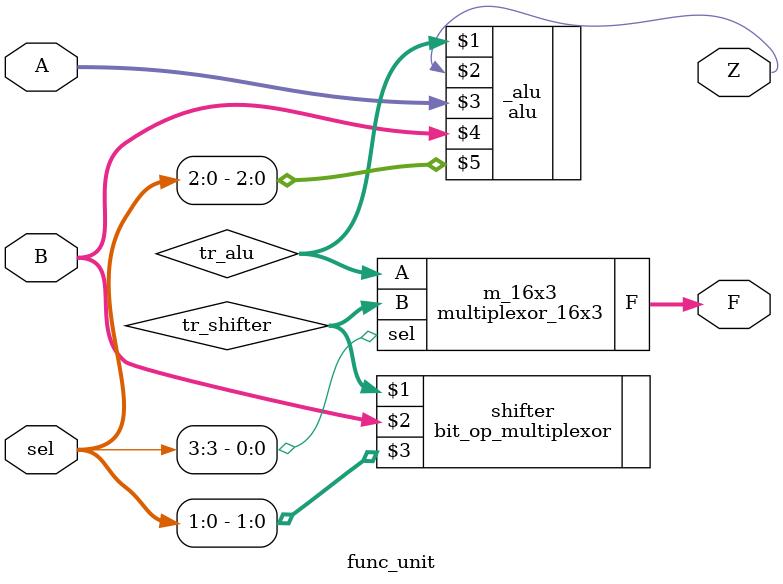
<source format=v>
module multiplexor_16x3(output reg [15:0] F, input [15:0] A, input [15:0] B, input sel);
	always begin
		if (~sel)
			F = A;
		else
			F = B;
	end
endmodule

module func_unit(output [15:0] F, output Z, 
input [15:0] A, input [15:0] B, input [3:0] sel);
	wire [15:0] tr_alu, tr_shifter;
	alu _alu(tr_alu, Z, A, B, sel[2:0]);
	bit_op_multiplexor shifter(tr_shifter, B, sel[1:0]);
	multiplexor_16x3 m_16x3(F, tr_alu, tr_shifter, sel[3]);
endmodule

</source>
